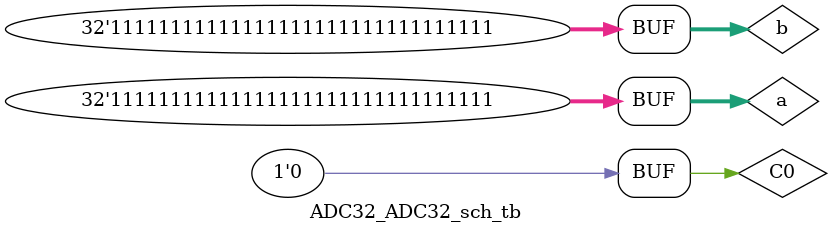
<source format=v>

`timescale 1ns / 1ps

module ADC32_ADC32_sch_tb();

// Inputs
   reg [31:0] a;
   reg [31:0] b;
   reg C0;

// Output
   wire [31:0] s;
   wire Co;

// Bidirs

// Instantiate the UUT
   ADC32 UUT (
		.a(a), 
		.b(b), 
		.s(s), 
		.Co(Co), 
		.C0(C0)
   );
// Initialize Inputs
  initial begin
		b = 0;
		a = 0;
		C0 = 0;
		#50;
		a = 32'hAAAAAAAA;
		b = 32'h55555555;
		#50;
		b = 32'h55555556;
		#50;
		b = 32'h00000000;
		#50;
		a = 32'hFFFFFFFF;
		b = 32'h00000000;
		#50;
		b = 32'h00000001;
		#50;
		b = 32'hFFFFFFFF;
	end
   //`endif
endmodule

</source>
